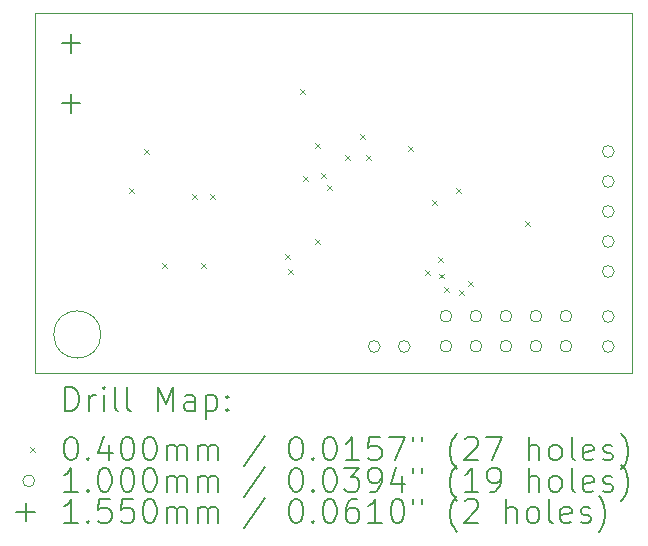
<source format=gbr>
%TF.GenerationSoftware,KiCad,Pcbnew,7.0.7*%
%TF.CreationDate,2024-05-24T10:30:40-07:00*%
%TF.ProjectId,Pinky,50696e6b-792e-46b6-9963-61645f706362,rev?*%
%TF.SameCoordinates,Original*%
%TF.FileFunction,Drillmap*%
%TF.FilePolarity,Positive*%
%FSLAX45Y45*%
G04 Gerber Fmt 4.5, Leading zero omitted, Abs format (unit mm)*
G04 Created by KiCad (PCBNEW 7.0.7) date 2024-05-24 10:30:40*
%MOMM*%
%LPD*%
G01*
G04 APERTURE LIST*
%ADD10C,0.100000*%
%ADD11C,0.200000*%
%ADD12C,0.040000*%
%ADD13C,0.155000*%
G04 APERTURE END LIST*
D10*
X12446000Y-6629400D02*
X17500600Y-6629400D01*
X17500600Y-9677400D01*
X12446000Y-9677400D01*
X12446000Y-6629400D01*
X13001600Y-9347200D02*
G75*
G03*
X13001600Y-9347200I-200000J0D01*
G01*
D11*
D12*
X13238800Y-8108000D02*
X13278800Y-8148000D01*
X13278800Y-8108000D02*
X13238800Y-8148000D01*
X13365800Y-7777800D02*
X13405800Y-7817800D01*
X13405800Y-7777800D02*
X13365800Y-7817800D01*
X13518200Y-8743000D02*
X13558200Y-8783000D01*
X13558200Y-8743000D02*
X13518200Y-8783000D01*
X13772200Y-8158800D02*
X13812200Y-8198800D01*
X13812200Y-8158800D02*
X13772200Y-8198800D01*
X13848400Y-8743000D02*
X13888400Y-8783000D01*
X13888400Y-8743000D02*
X13848400Y-8783000D01*
X13924600Y-8158800D02*
X13964600Y-8198800D01*
X13964600Y-8158800D02*
X13924600Y-8198800D01*
X14559600Y-8666800D02*
X14599600Y-8706800D01*
X14599600Y-8666800D02*
X14559600Y-8706800D01*
X14585000Y-8793800D02*
X14625000Y-8833800D01*
X14625000Y-8793800D02*
X14585000Y-8833800D01*
X14686600Y-7269800D02*
X14726600Y-7309800D01*
X14726600Y-7269800D02*
X14686600Y-7309800D01*
X14714850Y-8006400D02*
X14754850Y-8046400D01*
X14754850Y-8006400D02*
X14714850Y-8046400D01*
X14813600Y-8539800D02*
X14853600Y-8579800D01*
X14853600Y-8539800D02*
X14813600Y-8579800D01*
X14813601Y-7727000D02*
X14853601Y-7767000D01*
X14853601Y-7727000D02*
X14813601Y-7767000D01*
X14864869Y-7980531D02*
X14904869Y-8020531D01*
X14904869Y-7980531D02*
X14864869Y-8020531D01*
X14915200Y-8082600D02*
X14955200Y-8122600D01*
X14955200Y-8082600D02*
X14915200Y-8122600D01*
X15067600Y-7828600D02*
X15107600Y-7868600D01*
X15107600Y-7828600D02*
X15067600Y-7868600D01*
X15194600Y-7650800D02*
X15234600Y-7690800D01*
X15234600Y-7650800D02*
X15194600Y-7690800D01*
X15245400Y-7828600D02*
X15285400Y-7868600D01*
X15285400Y-7828600D02*
X15245400Y-7868600D01*
X15601000Y-7752400D02*
X15641000Y-7792400D01*
X15641000Y-7752400D02*
X15601000Y-7792400D01*
X15748144Y-8800412D02*
X15788144Y-8840412D01*
X15788144Y-8800412D02*
X15748144Y-8840412D01*
X15804200Y-8209600D02*
X15844200Y-8249600D01*
X15844200Y-8209600D02*
X15804200Y-8249600D01*
X15855000Y-8692200D02*
X15895000Y-8732200D01*
X15895000Y-8692200D02*
X15855000Y-8732200D01*
X15867700Y-8831900D02*
X15907700Y-8871900D01*
X15907700Y-8831900D02*
X15867700Y-8871900D01*
X15905800Y-8946200D02*
X15945800Y-8986200D01*
X15945800Y-8946200D02*
X15905800Y-8986200D01*
X16007400Y-8108000D02*
X16047400Y-8148000D01*
X16047400Y-8108000D02*
X16007400Y-8148000D01*
X16032800Y-8971600D02*
X16072800Y-9011600D01*
X16072800Y-8971600D02*
X16032800Y-9011600D01*
X16109000Y-8895400D02*
X16149000Y-8935400D01*
X16149000Y-8895400D02*
X16109000Y-8935400D01*
X16591600Y-8387400D02*
X16631600Y-8427400D01*
X16631600Y-8387400D02*
X16591600Y-8427400D01*
D10*
X15366200Y-9448800D02*
G75*
G03*
X15366200Y-9448800I-50000J0D01*
G01*
X15620200Y-9448800D02*
G75*
G03*
X15620200Y-9448800I-50000J0D01*
G01*
X15972800Y-9192800D02*
G75*
G03*
X15972800Y-9192800I-50000J0D01*
G01*
X15972800Y-9446800D02*
G75*
G03*
X15972800Y-9446800I-50000J0D01*
G01*
X16226800Y-9192800D02*
G75*
G03*
X16226800Y-9192800I-50000J0D01*
G01*
X16226800Y-9446800D02*
G75*
G03*
X16226800Y-9446800I-50000J0D01*
G01*
X16480800Y-9192800D02*
G75*
G03*
X16480800Y-9192800I-50000J0D01*
G01*
X16480800Y-9446800D02*
G75*
G03*
X16480800Y-9446800I-50000J0D01*
G01*
X16734800Y-9192800D02*
G75*
G03*
X16734800Y-9192800I-50000J0D01*
G01*
X16734800Y-9446800D02*
G75*
G03*
X16734800Y-9446800I-50000J0D01*
G01*
X16988800Y-9192800D02*
G75*
G03*
X16988800Y-9192800I-50000J0D01*
G01*
X16988800Y-9446800D02*
G75*
G03*
X16988800Y-9446800I-50000J0D01*
G01*
X17347400Y-7797800D02*
G75*
G03*
X17347400Y-7797800I-50000J0D01*
G01*
X17347400Y-8051800D02*
G75*
G03*
X17347400Y-8051800I-50000J0D01*
G01*
X17347400Y-8305800D02*
G75*
G03*
X17347400Y-8305800I-50000J0D01*
G01*
X17347400Y-8559800D02*
G75*
G03*
X17347400Y-8559800I-50000J0D01*
G01*
X17347400Y-8813800D02*
G75*
G03*
X17347400Y-8813800I-50000J0D01*
G01*
X17347400Y-9194800D02*
G75*
G03*
X17347400Y-9194800I-50000J0D01*
G01*
X17347400Y-9448800D02*
G75*
G03*
X17347400Y-9448800I-50000J0D01*
G01*
D13*
X12750800Y-6805900D02*
X12750800Y-6960900D01*
X12673300Y-6883400D02*
X12828300Y-6883400D01*
X12750800Y-7313900D02*
X12750800Y-7468900D01*
X12673300Y-7391400D02*
X12828300Y-7391400D01*
D11*
X12701777Y-9993884D02*
X12701777Y-9793884D01*
X12701777Y-9793884D02*
X12749396Y-9793884D01*
X12749396Y-9793884D02*
X12777967Y-9803408D01*
X12777967Y-9803408D02*
X12797015Y-9822455D01*
X12797015Y-9822455D02*
X12806539Y-9841503D01*
X12806539Y-9841503D02*
X12816062Y-9879598D01*
X12816062Y-9879598D02*
X12816062Y-9908170D01*
X12816062Y-9908170D02*
X12806539Y-9946265D01*
X12806539Y-9946265D02*
X12797015Y-9965312D01*
X12797015Y-9965312D02*
X12777967Y-9984360D01*
X12777967Y-9984360D02*
X12749396Y-9993884D01*
X12749396Y-9993884D02*
X12701777Y-9993884D01*
X12901777Y-9993884D02*
X12901777Y-9860550D01*
X12901777Y-9898646D02*
X12911301Y-9879598D01*
X12911301Y-9879598D02*
X12920824Y-9870074D01*
X12920824Y-9870074D02*
X12939872Y-9860550D01*
X12939872Y-9860550D02*
X12958920Y-9860550D01*
X13025586Y-9993884D02*
X13025586Y-9860550D01*
X13025586Y-9793884D02*
X13016062Y-9803408D01*
X13016062Y-9803408D02*
X13025586Y-9812931D01*
X13025586Y-9812931D02*
X13035110Y-9803408D01*
X13035110Y-9803408D02*
X13025586Y-9793884D01*
X13025586Y-9793884D02*
X13025586Y-9812931D01*
X13149396Y-9993884D02*
X13130348Y-9984360D01*
X13130348Y-9984360D02*
X13120824Y-9965312D01*
X13120824Y-9965312D02*
X13120824Y-9793884D01*
X13254158Y-9993884D02*
X13235110Y-9984360D01*
X13235110Y-9984360D02*
X13225586Y-9965312D01*
X13225586Y-9965312D02*
X13225586Y-9793884D01*
X13482729Y-9993884D02*
X13482729Y-9793884D01*
X13482729Y-9793884D02*
X13549396Y-9936741D01*
X13549396Y-9936741D02*
X13616062Y-9793884D01*
X13616062Y-9793884D02*
X13616062Y-9993884D01*
X13797015Y-9993884D02*
X13797015Y-9889122D01*
X13797015Y-9889122D02*
X13787491Y-9870074D01*
X13787491Y-9870074D02*
X13768443Y-9860550D01*
X13768443Y-9860550D02*
X13730348Y-9860550D01*
X13730348Y-9860550D02*
X13711301Y-9870074D01*
X13797015Y-9984360D02*
X13777967Y-9993884D01*
X13777967Y-9993884D02*
X13730348Y-9993884D01*
X13730348Y-9993884D02*
X13711301Y-9984360D01*
X13711301Y-9984360D02*
X13701777Y-9965312D01*
X13701777Y-9965312D02*
X13701777Y-9946265D01*
X13701777Y-9946265D02*
X13711301Y-9927217D01*
X13711301Y-9927217D02*
X13730348Y-9917693D01*
X13730348Y-9917693D02*
X13777967Y-9917693D01*
X13777967Y-9917693D02*
X13797015Y-9908170D01*
X13892253Y-9860550D02*
X13892253Y-10060550D01*
X13892253Y-9870074D02*
X13911301Y-9860550D01*
X13911301Y-9860550D02*
X13949396Y-9860550D01*
X13949396Y-9860550D02*
X13968443Y-9870074D01*
X13968443Y-9870074D02*
X13977967Y-9879598D01*
X13977967Y-9879598D02*
X13987491Y-9898646D01*
X13987491Y-9898646D02*
X13987491Y-9955789D01*
X13987491Y-9955789D02*
X13977967Y-9974836D01*
X13977967Y-9974836D02*
X13968443Y-9984360D01*
X13968443Y-9984360D02*
X13949396Y-9993884D01*
X13949396Y-9993884D02*
X13911301Y-9993884D01*
X13911301Y-9993884D02*
X13892253Y-9984360D01*
X14073205Y-9974836D02*
X14082729Y-9984360D01*
X14082729Y-9984360D02*
X14073205Y-9993884D01*
X14073205Y-9993884D02*
X14063682Y-9984360D01*
X14063682Y-9984360D02*
X14073205Y-9974836D01*
X14073205Y-9974836D02*
X14073205Y-9993884D01*
X14073205Y-9870074D02*
X14082729Y-9879598D01*
X14082729Y-9879598D02*
X14073205Y-9889122D01*
X14073205Y-9889122D02*
X14063682Y-9879598D01*
X14063682Y-9879598D02*
X14073205Y-9870074D01*
X14073205Y-9870074D02*
X14073205Y-9889122D01*
D12*
X12401000Y-10302400D02*
X12441000Y-10342400D01*
X12441000Y-10302400D02*
X12401000Y-10342400D01*
D11*
X12739872Y-10213884D02*
X12758920Y-10213884D01*
X12758920Y-10213884D02*
X12777967Y-10223408D01*
X12777967Y-10223408D02*
X12787491Y-10232931D01*
X12787491Y-10232931D02*
X12797015Y-10251979D01*
X12797015Y-10251979D02*
X12806539Y-10290074D01*
X12806539Y-10290074D02*
X12806539Y-10337693D01*
X12806539Y-10337693D02*
X12797015Y-10375789D01*
X12797015Y-10375789D02*
X12787491Y-10394836D01*
X12787491Y-10394836D02*
X12777967Y-10404360D01*
X12777967Y-10404360D02*
X12758920Y-10413884D01*
X12758920Y-10413884D02*
X12739872Y-10413884D01*
X12739872Y-10413884D02*
X12720824Y-10404360D01*
X12720824Y-10404360D02*
X12711301Y-10394836D01*
X12711301Y-10394836D02*
X12701777Y-10375789D01*
X12701777Y-10375789D02*
X12692253Y-10337693D01*
X12692253Y-10337693D02*
X12692253Y-10290074D01*
X12692253Y-10290074D02*
X12701777Y-10251979D01*
X12701777Y-10251979D02*
X12711301Y-10232931D01*
X12711301Y-10232931D02*
X12720824Y-10223408D01*
X12720824Y-10223408D02*
X12739872Y-10213884D01*
X12892253Y-10394836D02*
X12901777Y-10404360D01*
X12901777Y-10404360D02*
X12892253Y-10413884D01*
X12892253Y-10413884D02*
X12882729Y-10404360D01*
X12882729Y-10404360D02*
X12892253Y-10394836D01*
X12892253Y-10394836D02*
X12892253Y-10413884D01*
X13073205Y-10280550D02*
X13073205Y-10413884D01*
X13025586Y-10204360D02*
X12977967Y-10347217D01*
X12977967Y-10347217D02*
X13101777Y-10347217D01*
X13216062Y-10213884D02*
X13235110Y-10213884D01*
X13235110Y-10213884D02*
X13254158Y-10223408D01*
X13254158Y-10223408D02*
X13263682Y-10232931D01*
X13263682Y-10232931D02*
X13273205Y-10251979D01*
X13273205Y-10251979D02*
X13282729Y-10290074D01*
X13282729Y-10290074D02*
X13282729Y-10337693D01*
X13282729Y-10337693D02*
X13273205Y-10375789D01*
X13273205Y-10375789D02*
X13263682Y-10394836D01*
X13263682Y-10394836D02*
X13254158Y-10404360D01*
X13254158Y-10404360D02*
X13235110Y-10413884D01*
X13235110Y-10413884D02*
X13216062Y-10413884D01*
X13216062Y-10413884D02*
X13197015Y-10404360D01*
X13197015Y-10404360D02*
X13187491Y-10394836D01*
X13187491Y-10394836D02*
X13177967Y-10375789D01*
X13177967Y-10375789D02*
X13168443Y-10337693D01*
X13168443Y-10337693D02*
X13168443Y-10290074D01*
X13168443Y-10290074D02*
X13177967Y-10251979D01*
X13177967Y-10251979D02*
X13187491Y-10232931D01*
X13187491Y-10232931D02*
X13197015Y-10223408D01*
X13197015Y-10223408D02*
X13216062Y-10213884D01*
X13406539Y-10213884D02*
X13425586Y-10213884D01*
X13425586Y-10213884D02*
X13444634Y-10223408D01*
X13444634Y-10223408D02*
X13454158Y-10232931D01*
X13454158Y-10232931D02*
X13463682Y-10251979D01*
X13463682Y-10251979D02*
X13473205Y-10290074D01*
X13473205Y-10290074D02*
X13473205Y-10337693D01*
X13473205Y-10337693D02*
X13463682Y-10375789D01*
X13463682Y-10375789D02*
X13454158Y-10394836D01*
X13454158Y-10394836D02*
X13444634Y-10404360D01*
X13444634Y-10404360D02*
X13425586Y-10413884D01*
X13425586Y-10413884D02*
X13406539Y-10413884D01*
X13406539Y-10413884D02*
X13387491Y-10404360D01*
X13387491Y-10404360D02*
X13377967Y-10394836D01*
X13377967Y-10394836D02*
X13368443Y-10375789D01*
X13368443Y-10375789D02*
X13358920Y-10337693D01*
X13358920Y-10337693D02*
X13358920Y-10290074D01*
X13358920Y-10290074D02*
X13368443Y-10251979D01*
X13368443Y-10251979D02*
X13377967Y-10232931D01*
X13377967Y-10232931D02*
X13387491Y-10223408D01*
X13387491Y-10223408D02*
X13406539Y-10213884D01*
X13558920Y-10413884D02*
X13558920Y-10280550D01*
X13558920Y-10299598D02*
X13568443Y-10290074D01*
X13568443Y-10290074D02*
X13587491Y-10280550D01*
X13587491Y-10280550D02*
X13616063Y-10280550D01*
X13616063Y-10280550D02*
X13635110Y-10290074D01*
X13635110Y-10290074D02*
X13644634Y-10309122D01*
X13644634Y-10309122D02*
X13644634Y-10413884D01*
X13644634Y-10309122D02*
X13654158Y-10290074D01*
X13654158Y-10290074D02*
X13673205Y-10280550D01*
X13673205Y-10280550D02*
X13701777Y-10280550D01*
X13701777Y-10280550D02*
X13720824Y-10290074D01*
X13720824Y-10290074D02*
X13730348Y-10309122D01*
X13730348Y-10309122D02*
X13730348Y-10413884D01*
X13825586Y-10413884D02*
X13825586Y-10280550D01*
X13825586Y-10299598D02*
X13835110Y-10290074D01*
X13835110Y-10290074D02*
X13854158Y-10280550D01*
X13854158Y-10280550D02*
X13882729Y-10280550D01*
X13882729Y-10280550D02*
X13901777Y-10290074D01*
X13901777Y-10290074D02*
X13911301Y-10309122D01*
X13911301Y-10309122D02*
X13911301Y-10413884D01*
X13911301Y-10309122D02*
X13920824Y-10290074D01*
X13920824Y-10290074D02*
X13939872Y-10280550D01*
X13939872Y-10280550D02*
X13968443Y-10280550D01*
X13968443Y-10280550D02*
X13987491Y-10290074D01*
X13987491Y-10290074D02*
X13997015Y-10309122D01*
X13997015Y-10309122D02*
X13997015Y-10413884D01*
X14387491Y-10204360D02*
X14216063Y-10461503D01*
X14644634Y-10213884D02*
X14663682Y-10213884D01*
X14663682Y-10213884D02*
X14682729Y-10223408D01*
X14682729Y-10223408D02*
X14692253Y-10232931D01*
X14692253Y-10232931D02*
X14701777Y-10251979D01*
X14701777Y-10251979D02*
X14711301Y-10290074D01*
X14711301Y-10290074D02*
X14711301Y-10337693D01*
X14711301Y-10337693D02*
X14701777Y-10375789D01*
X14701777Y-10375789D02*
X14692253Y-10394836D01*
X14692253Y-10394836D02*
X14682729Y-10404360D01*
X14682729Y-10404360D02*
X14663682Y-10413884D01*
X14663682Y-10413884D02*
X14644634Y-10413884D01*
X14644634Y-10413884D02*
X14625586Y-10404360D01*
X14625586Y-10404360D02*
X14616063Y-10394836D01*
X14616063Y-10394836D02*
X14606539Y-10375789D01*
X14606539Y-10375789D02*
X14597015Y-10337693D01*
X14597015Y-10337693D02*
X14597015Y-10290074D01*
X14597015Y-10290074D02*
X14606539Y-10251979D01*
X14606539Y-10251979D02*
X14616063Y-10232931D01*
X14616063Y-10232931D02*
X14625586Y-10223408D01*
X14625586Y-10223408D02*
X14644634Y-10213884D01*
X14797015Y-10394836D02*
X14806539Y-10404360D01*
X14806539Y-10404360D02*
X14797015Y-10413884D01*
X14797015Y-10413884D02*
X14787491Y-10404360D01*
X14787491Y-10404360D02*
X14797015Y-10394836D01*
X14797015Y-10394836D02*
X14797015Y-10413884D01*
X14930348Y-10213884D02*
X14949396Y-10213884D01*
X14949396Y-10213884D02*
X14968444Y-10223408D01*
X14968444Y-10223408D02*
X14977967Y-10232931D01*
X14977967Y-10232931D02*
X14987491Y-10251979D01*
X14987491Y-10251979D02*
X14997015Y-10290074D01*
X14997015Y-10290074D02*
X14997015Y-10337693D01*
X14997015Y-10337693D02*
X14987491Y-10375789D01*
X14987491Y-10375789D02*
X14977967Y-10394836D01*
X14977967Y-10394836D02*
X14968444Y-10404360D01*
X14968444Y-10404360D02*
X14949396Y-10413884D01*
X14949396Y-10413884D02*
X14930348Y-10413884D01*
X14930348Y-10413884D02*
X14911301Y-10404360D01*
X14911301Y-10404360D02*
X14901777Y-10394836D01*
X14901777Y-10394836D02*
X14892253Y-10375789D01*
X14892253Y-10375789D02*
X14882729Y-10337693D01*
X14882729Y-10337693D02*
X14882729Y-10290074D01*
X14882729Y-10290074D02*
X14892253Y-10251979D01*
X14892253Y-10251979D02*
X14901777Y-10232931D01*
X14901777Y-10232931D02*
X14911301Y-10223408D01*
X14911301Y-10223408D02*
X14930348Y-10213884D01*
X15187491Y-10413884D02*
X15073206Y-10413884D01*
X15130348Y-10413884D02*
X15130348Y-10213884D01*
X15130348Y-10213884D02*
X15111301Y-10242455D01*
X15111301Y-10242455D02*
X15092253Y-10261503D01*
X15092253Y-10261503D02*
X15073206Y-10271027D01*
X15368444Y-10213884D02*
X15273206Y-10213884D01*
X15273206Y-10213884D02*
X15263682Y-10309122D01*
X15263682Y-10309122D02*
X15273206Y-10299598D01*
X15273206Y-10299598D02*
X15292253Y-10290074D01*
X15292253Y-10290074D02*
X15339872Y-10290074D01*
X15339872Y-10290074D02*
X15358920Y-10299598D01*
X15358920Y-10299598D02*
X15368444Y-10309122D01*
X15368444Y-10309122D02*
X15377967Y-10328170D01*
X15377967Y-10328170D02*
X15377967Y-10375789D01*
X15377967Y-10375789D02*
X15368444Y-10394836D01*
X15368444Y-10394836D02*
X15358920Y-10404360D01*
X15358920Y-10404360D02*
X15339872Y-10413884D01*
X15339872Y-10413884D02*
X15292253Y-10413884D01*
X15292253Y-10413884D02*
X15273206Y-10404360D01*
X15273206Y-10404360D02*
X15263682Y-10394836D01*
X15444634Y-10213884D02*
X15577967Y-10213884D01*
X15577967Y-10213884D02*
X15492253Y-10413884D01*
X15644634Y-10213884D02*
X15644634Y-10251979D01*
X15720825Y-10213884D02*
X15720825Y-10251979D01*
X16016063Y-10490074D02*
X16006539Y-10480550D01*
X16006539Y-10480550D02*
X15987491Y-10451979D01*
X15987491Y-10451979D02*
X15977968Y-10432931D01*
X15977968Y-10432931D02*
X15968444Y-10404360D01*
X15968444Y-10404360D02*
X15958920Y-10356741D01*
X15958920Y-10356741D02*
X15958920Y-10318646D01*
X15958920Y-10318646D02*
X15968444Y-10271027D01*
X15968444Y-10271027D02*
X15977968Y-10242455D01*
X15977968Y-10242455D02*
X15987491Y-10223408D01*
X15987491Y-10223408D02*
X16006539Y-10194836D01*
X16006539Y-10194836D02*
X16016063Y-10185312D01*
X16082729Y-10232931D02*
X16092253Y-10223408D01*
X16092253Y-10223408D02*
X16111301Y-10213884D01*
X16111301Y-10213884D02*
X16158920Y-10213884D01*
X16158920Y-10213884D02*
X16177968Y-10223408D01*
X16177968Y-10223408D02*
X16187491Y-10232931D01*
X16187491Y-10232931D02*
X16197015Y-10251979D01*
X16197015Y-10251979D02*
X16197015Y-10271027D01*
X16197015Y-10271027D02*
X16187491Y-10299598D01*
X16187491Y-10299598D02*
X16073206Y-10413884D01*
X16073206Y-10413884D02*
X16197015Y-10413884D01*
X16263682Y-10213884D02*
X16397015Y-10213884D01*
X16397015Y-10213884D02*
X16311301Y-10413884D01*
X16625587Y-10413884D02*
X16625587Y-10213884D01*
X16711301Y-10413884D02*
X16711301Y-10309122D01*
X16711301Y-10309122D02*
X16701777Y-10290074D01*
X16701777Y-10290074D02*
X16682730Y-10280550D01*
X16682730Y-10280550D02*
X16654158Y-10280550D01*
X16654158Y-10280550D02*
X16635110Y-10290074D01*
X16635110Y-10290074D02*
X16625587Y-10299598D01*
X16835111Y-10413884D02*
X16816063Y-10404360D01*
X16816063Y-10404360D02*
X16806539Y-10394836D01*
X16806539Y-10394836D02*
X16797015Y-10375789D01*
X16797015Y-10375789D02*
X16797015Y-10318646D01*
X16797015Y-10318646D02*
X16806539Y-10299598D01*
X16806539Y-10299598D02*
X16816063Y-10290074D01*
X16816063Y-10290074D02*
X16835111Y-10280550D01*
X16835111Y-10280550D02*
X16863682Y-10280550D01*
X16863682Y-10280550D02*
X16882730Y-10290074D01*
X16882730Y-10290074D02*
X16892253Y-10299598D01*
X16892253Y-10299598D02*
X16901777Y-10318646D01*
X16901777Y-10318646D02*
X16901777Y-10375789D01*
X16901777Y-10375789D02*
X16892253Y-10394836D01*
X16892253Y-10394836D02*
X16882730Y-10404360D01*
X16882730Y-10404360D02*
X16863682Y-10413884D01*
X16863682Y-10413884D02*
X16835111Y-10413884D01*
X17016063Y-10413884D02*
X16997015Y-10404360D01*
X16997015Y-10404360D02*
X16987492Y-10385312D01*
X16987492Y-10385312D02*
X16987492Y-10213884D01*
X17168444Y-10404360D02*
X17149396Y-10413884D01*
X17149396Y-10413884D02*
X17111301Y-10413884D01*
X17111301Y-10413884D02*
X17092253Y-10404360D01*
X17092253Y-10404360D02*
X17082730Y-10385312D01*
X17082730Y-10385312D02*
X17082730Y-10309122D01*
X17082730Y-10309122D02*
X17092253Y-10290074D01*
X17092253Y-10290074D02*
X17111301Y-10280550D01*
X17111301Y-10280550D02*
X17149396Y-10280550D01*
X17149396Y-10280550D02*
X17168444Y-10290074D01*
X17168444Y-10290074D02*
X17177968Y-10309122D01*
X17177968Y-10309122D02*
X17177968Y-10328170D01*
X17177968Y-10328170D02*
X17082730Y-10347217D01*
X17254158Y-10404360D02*
X17273206Y-10413884D01*
X17273206Y-10413884D02*
X17311301Y-10413884D01*
X17311301Y-10413884D02*
X17330349Y-10404360D01*
X17330349Y-10404360D02*
X17339873Y-10385312D01*
X17339873Y-10385312D02*
X17339873Y-10375789D01*
X17339873Y-10375789D02*
X17330349Y-10356741D01*
X17330349Y-10356741D02*
X17311301Y-10347217D01*
X17311301Y-10347217D02*
X17282730Y-10347217D01*
X17282730Y-10347217D02*
X17263682Y-10337693D01*
X17263682Y-10337693D02*
X17254158Y-10318646D01*
X17254158Y-10318646D02*
X17254158Y-10309122D01*
X17254158Y-10309122D02*
X17263682Y-10290074D01*
X17263682Y-10290074D02*
X17282730Y-10280550D01*
X17282730Y-10280550D02*
X17311301Y-10280550D01*
X17311301Y-10280550D02*
X17330349Y-10290074D01*
X17406539Y-10490074D02*
X17416063Y-10480550D01*
X17416063Y-10480550D02*
X17435111Y-10451979D01*
X17435111Y-10451979D02*
X17444634Y-10432931D01*
X17444634Y-10432931D02*
X17454158Y-10404360D01*
X17454158Y-10404360D02*
X17463682Y-10356741D01*
X17463682Y-10356741D02*
X17463682Y-10318646D01*
X17463682Y-10318646D02*
X17454158Y-10271027D01*
X17454158Y-10271027D02*
X17444634Y-10242455D01*
X17444634Y-10242455D02*
X17435111Y-10223408D01*
X17435111Y-10223408D02*
X17416063Y-10194836D01*
X17416063Y-10194836D02*
X17406539Y-10185312D01*
D10*
X12441000Y-10586400D02*
G75*
G03*
X12441000Y-10586400I-50000J0D01*
G01*
D11*
X12806539Y-10677884D02*
X12692253Y-10677884D01*
X12749396Y-10677884D02*
X12749396Y-10477884D01*
X12749396Y-10477884D02*
X12730348Y-10506455D01*
X12730348Y-10506455D02*
X12711301Y-10525503D01*
X12711301Y-10525503D02*
X12692253Y-10535027D01*
X12892253Y-10658836D02*
X12901777Y-10668360D01*
X12901777Y-10668360D02*
X12892253Y-10677884D01*
X12892253Y-10677884D02*
X12882729Y-10668360D01*
X12882729Y-10668360D02*
X12892253Y-10658836D01*
X12892253Y-10658836D02*
X12892253Y-10677884D01*
X13025586Y-10477884D02*
X13044634Y-10477884D01*
X13044634Y-10477884D02*
X13063682Y-10487408D01*
X13063682Y-10487408D02*
X13073205Y-10496931D01*
X13073205Y-10496931D02*
X13082729Y-10515979D01*
X13082729Y-10515979D02*
X13092253Y-10554074D01*
X13092253Y-10554074D02*
X13092253Y-10601693D01*
X13092253Y-10601693D02*
X13082729Y-10639789D01*
X13082729Y-10639789D02*
X13073205Y-10658836D01*
X13073205Y-10658836D02*
X13063682Y-10668360D01*
X13063682Y-10668360D02*
X13044634Y-10677884D01*
X13044634Y-10677884D02*
X13025586Y-10677884D01*
X13025586Y-10677884D02*
X13006539Y-10668360D01*
X13006539Y-10668360D02*
X12997015Y-10658836D01*
X12997015Y-10658836D02*
X12987491Y-10639789D01*
X12987491Y-10639789D02*
X12977967Y-10601693D01*
X12977967Y-10601693D02*
X12977967Y-10554074D01*
X12977967Y-10554074D02*
X12987491Y-10515979D01*
X12987491Y-10515979D02*
X12997015Y-10496931D01*
X12997015Y-10496931D02*
X13006539Y-10487408D01*
X13006539Y-10487408D02*
X13025586Y-10477884D01*
X13216062Y-10477884D02*
X13235110Y-10477884D01*
X13235110Y-10477884D02*
X13254158Y-10487408D01*
X13254158Y-10487408D02*
X13263682Y-10496931D01*
X13263682Y-10496931D02*
X13273205Y-10515979D01*
X13273205Y-10515979D02*
X13282729Y-10554074D01*
X13282729Y-10554074D02*
X13282729Y-10601693D01*
X13282729Y-10601693D02*
X13273205Y-10639789D01*
X13273205Y-10639789D02*
X13263682Y-10658836D01*
X13263682Y-10658836D02*
X13254158Y-10668360D01*
X13254158Y-10668360D02*
X13235110Y-10677884D01*
X13235110Y-10677884D02*
X13216062Y-10677884D01*
X13216062Y-10677884D02*
X13197015Y-10668360D01*
X13197015Y-10668360D02*
X13187491Y-10658836D01*
X13187491Y-10658836D02*
X13177967Y-10639789D01*
X13177967Y-10639789D02*
X13168443Y-10601693D01*
X13168443Y-10601693D02*
X13168443Y-10554074D01*
X13168443Y-10554074D02*
X13177967Y-10515979D01*
X13177967Y-10515979D02*
X13187491Y-10496931D01*
X13187491Y-10496931D02*
X13197015Y-10487408D01*
X13197015Y-10487408D02*
X13216062Y-10477884D01*
X13406539Y-10477884D02*
X13425586Y-10477884D01*
X13425586Y-10477884D02*
X13444634Y-10487408D01*
X13444634Y-10487408D02*
X13454158Y-10496931D01*
X13454158Y-10496931D02*
X13463682Y-10515979D01*
X13463682Y-10515979D02*
X13473205Y-10554074D01*
X13473205Y-10554074D02*
X13473205Y-10601693D01*
X13473205Y-10601693D02*
X13463682Y-10639789D01*
X13463682Y-10639789D02*
X13454158Y-10658836D01*
X13454158Y-10658836D02*
X13444634Y-10668360D01*
X13444634Y-10668360D02*
X13425586Y-10677884D01*
X13425586Y-10677884D02*
X13406539Y-10677884D01*
X13406539Y-10677884D02*
X13387491Y-10668360D01*
X13387491Y-10668360D02*
X13377967Y-10658836D01*
X13377967Y-10658836D02*
X13368443Y-10639789D01*
X13368443Y-10639789D02*
X13358920Y-10601693D01*
X13358920Y-10601693D02*
X13358920Y-10554074D01*
X13358920Y-10554074D02*
X13368443Y-10515979D01*
X13368443Y-10515979D02*
X13377967Y-10496931D01*
X13377967Y-10496931D02*
X13387491Y-10487408D01*
X13387491Y-10487408D02*
X13406539Y-10477884D01*
X13558920Y-10677884D02*
X13558920Y-10544550D01*
X13558920Y-10563598D02*
X13568443Y-10554074D01*
X13568443Y-10554074D02*
X13587491Y-10544550D01*
X13587491Y-10544550D02*
X13616063Y-10544550D01*
X13616063Y-10544550D02*
X13635110Y-10554074D01*
X13635110Y-10554074D02*
X13644634Y-10573122D01*
X13644634Y-10573122D02*
X13644634Y-10677884D01*
X13644634Y-10573122D02*
X13654158Y-10554074D01*
X13654158Y-10554074D02*
X13673205Y-10544550D01*
X13673205Y-10544550D02*
X13701777Y-10544550D01*
X13701777Y-10544550D02*
X13720824Y-10554074D01*
X13720824Y-10554074D02*
X13730348Y-10573122D01*
X13730348Y-10573122D02*
X13730348Y-10677884D01*
X13825586Y-10677884D02*
X13825586Y-10544550D01*
X13825586Y-10563598D02*
X13835110Y-10554074D01*
X13835110Y-10554074D02*
X13854158Y-10544550D01*
X13854158Y-10544550D02*
X13882729Y-10544550D01*
X13882729Y-10544550D02*
X13901777Y-10554074D01*
X13901777Y-10554074D02*
X13911301Y-10573122D01*
X13911301Y-10573122D02*
X13911301Y-10677884D01*
X13911301Y-10573122D02*
X13920824Y-10554074D01*
X13920824Y-10554074D02*
X13939872Y-10544550D01*
X13939872Y-10544550D02*
X13968443Y-10544550D01*
X13968443Y-10544550D02*
X13987491Y-10554074D01*
X13987491Y-10554074D02*
X13997015Y-10573122D01*
X13997015Y-10573122D02*
X13997015Y-10677884D01*
X14387491Y-10468360D02*
X14216063Y-10725503D01*
X14644634Y-10477884D02*
X14663682Y-10477884D01*
X14663682Y-10477884D02*
X14682729Y-10487408D01*
X14682729Y-10487408D02*
X14692253Y-10496931D01*
X14692253Y-10496931D02*
X14701777Y-10515979D01*
X14701777Y-10515979D02*
X14711301Y-10554074D01*
X14711301Y-10554074D02*
X14711301Y-10601693D01*
X14711301Y-10601693D02*
X14701777Y-10639789D01*
X14701777Y-10639789D02*
X14692253Y-10658836D01*
X14692253Y-10658836D02*
X14682729Y-10668360D01*
X14682729Y-10668360D02*
X14663682Y-10677884D01*
X14663682Y-10677884D02*
X14644634Y-10677884D01*
X14644634Y-10677884D02*
X14625586Y-10668360D01*
X14625586Y-10668360D02*
X14616063Y-10658836D01*
X14616063Y-10658836D02*
X14606539Y-10639789D01*
X14606539Y-10639789D02*
X14597015Y-10601693D01*
X14597015Y-10601693D02*
X14597015Y-10554074D01*
X14597015Y-10554074D02*
X14606539Y-10515979D01*
X14606539Y-10515979D02*
X14616063Y-10496931D01*
X14616063Y-10496931D02*
X14625586Y-10487408D01*
X14625586Y-10487408D02*
X14644634Y-10477884D01*
X14797015Y-10658836D02*
X14806539Y-10668360D01*
X14806539Y-10668360D02*
X14797015Y-10677884D01*
X14797015Y-10677884D02*
X14787491Y-10668360D01*
X14787491Y-10668360D02*
X14797015Y-10658836D01*
X14797015Y-10658836D02*
X14797015Y-10677884D01*
X14930348Y-10477884D02*
X14949396Y-10477884D01*
X14949396Y-10477884D02*
X14968444Y-10487408D01*
X14968444Y-10487408D02*
X14977967Y-10496931D01*
X14977967Y-10496931D02*
X14987491Y-10515979D01*
X14987491Y-10515979D02*
X14997015Y-10554074D01*
X14997015Y-10554074D02*
X14997015Y-10601693D01*
X14997015Y-10601693D02*
X14987491Y-10639789D01*
X14987491Y-10639789D02*
X14977967Y-10658836D01*
X14977967Y-10658836D02*
X14968444Y-10668360D01*
X14968444Y-10668360D02*
X14949396Y-10677884D01*
X14949396Y-10677884D02*
X14930348Y-10677884D01*
X14930348Y-10677884D02*
X14911301Y-10668360D01*
X14911301Y-10668360D02*
X14901777Y-10658836D01*
X14901777Y-10658836D02*
X14892253Y-10639789D01*
X14892253Y-10639789D02*
X14882729Y-10601693D01*
X14882729Y-10601693D02*
X14882729Y-10554074D01*
X14882729Y-10554074D02*
X14892253Y-10515979D01*
X14892253Y-10515979D02*
X14901777Y-10496931D01*
X14901777Y-10496931D02*
X14911301Y-10487408D01*
X14911301Y-10487408D02*
X14930348Y-10477884D01*
X15063682Y-10477884D02*
X15187491Y-10477884D01*
X15187491Y-10477884D02*
X15120825Y-10554074D01*
X15120825Y-10554074D02*
X15149396Y-10554074D01*
X15149396Y-10554074D02*
X15168444Y-10563598D01*
X15168444Y-10563598D02*
X15177967Y-10573122D01*
X15177967Y-10573122D02*
X15187491Y-10592170D01*
X15187491Y-10592170D02*
X15187491Y-10639789D01*
X15187491Y-10639789D02*
X15177967Y-10658836D01*
X15177967Y-10658836D02*
X15168444Y-10668360D01*
X15168444Y-10668360D02*
X15149396Y-10677884D01*
X15149396Y-10677884D02*
X15092253Y-10677884D01*
X15092253Y-10677884D02*
X15073206Y-10668360D01*
X15073206Y-10668360D02*
X15063682Y-10658836D01*
X15282729Y-10677884D02*
X15320825Y-10677884D01*
X15320825Y-10677884D02*
X15339872Y-10668360D01*
X15339872Y-10668360D02*
X15349396Y-10658836D01*
X15349396Y-10658836D02*
X15368444Y-10630265D01*
X15368444Y-10630265D02*
X15377967Y-10592170D01*
X15377967Y-10592170D02*
X15377967Y-10515979D01*
X15377967Y-10515979D02*
X15368444Y-10496931D01*
X15368444Y-10496931D02*
X15358920Y-10487408D01*
X15358920Y-10487408D02*
X15339872Y-10477884D01*
X15339872Y-10477884D02*
X15301777Y-10477884D01*
X15301777Y-10477884D02*
X15282729Y-10487408D01*
X15282729Y-10487408D02*
X15273206Y-10496931D01*
X15273206Y-10496931D02*
X15263682Y-10515979D01*
X15263682Y-10515979D02*
X15263682Y-10563598D01*
X15263682Y-10563598D02*
X15273206Y-10582646D01*
X15273206Y-10582646D02*
X15282729Y-10592170D01*
X15282729Y-10592170D02*
X15301777Y-10601693D01*
X15301777Y-10601693D02*
X15339872Y-10601693D01*
X15339872Y-10601693D02*
X15358920Y-10592170D01*
X15358920Y-10592170D02*
X15368444Y-10582646D01*
X15368444Y-10582646D02*
X15377967Y-10563598D01*
X15549396Y-10544550D02*
X15549396Y-10677884D01*
X15501777Y-10468360D02*
X15454158Y-10611217D01*
X15454158Y-10611217D02*
X15577967Y-10611217D01*
X15644634Y-10477884D02*
X15644634Y-10515979D01*
X15720825Y-10477884D02*
X15720825Y-10515979D01*
X16016063Y-10754074D02*
X16006539Y-10744550D01*
X16006539Y-10744550D02*
X15987491Y-10715979D01*
X15987491Y-10715979D02*
X15977968Y-10696931D01*
X15977968Y-10696931D02*
X15968444Y-10668360D01*
X15968444Y-10668360D02*
X15958920Y-10620741D01*
X15958920Y-10620741D02*
X15958920Y-10582646D01*
X15958920Y-10582646D02*
X15968444Y-10535027D01*
X15968444Y-10535027D02*
X15977968Y-10506455D01*
X15977968Y-10506455D02*
X15987491Y-10487408D01*
X15987491Y-10487408D02*
X16006539Y-10458836D01*
X16006539Y-10458836D02*
X16016063Y-10449312D01*
X16197015Y-10677884D02*
X16082729Y-10677884D01*
X16139872Y-10677884D02*
X16139872Y-10477884D01*
X16139872Y-10477884D02*
X16120825Y-10506455D01*
X16120825Y-10506455D02*
X16101777Y-10525503D01*
X16101777Y-10525503D02*
X16082729Y-10535027D01*
X16292253Y-10677884D02*
X16330348Y-10677884D01*
X16330348Y-10677884D02*
X16349396Y-10668360D01*
X16349396Y-10668360D02*
X16358920Y-10658836D01*
X16358920Y-10658836D02*
X16377968Y-10630265D01*
X16377968Y-10630265D02*
X16387491Y-10592170D01*
X16387491Y-10592170D02*
X16387491Y-10515979D01*
X16387491Y-10515979D02*
X16377968Y-10496931D01*
X16377968Y-10496931D02*
X16368444Y-10487408D01*
X16368444Y-10487408D02*
X16349396Y-10477884D01*
X16349396Y-10477884D02*
X16311301Y-10477884D01*
X16311301Y-10477884D02*
X16292253Y-10487408D01*
X16292253Y-10487408D02*
X16282729Y-10496931D01*
X16282729Y-10496931D02*
X16273206Y-10515979D01*
X16273206Y-10515979D02*
X16273206Y-10563598D01*
X16273206Y-10563598D02*
X16282729Y-10582646D01*
X16282729Y-10582646D02*
X16292253Y-10592170D01*
X16292253Y-10592170D02*
X16311301Y-10601693D01*
X16311301Y-10601693D02*
X16349396Y-10601693D01*
X16349396Y-10601693D02*
X16368444Y-10592170D01*
X16368444Y-10592170D02*
X16377968Y-10582646D01*
X16377968Y-10582646D02*
X16387491Y-10563598D01*
X16625587Y-10677884D02*
X16625587Y-10477884D01*
X16711301Y-10677884D02*
X16711301Y-10573122D01*
X16711301Y-10573122D02*
X16701777Y-10554074D01*
X16701777Y-10554074D02*
X16682730Y-10544550D01*
X16682730Y-10544550D02*
X16654158Y-10544550D01*
X16654158Y-10544550D02*
X16635110Y-10554074D01*
X16635110Y-10554074D02*
X16625587Y-10563598D01*
X16835111Y-10677884D02*
X16816063Y-10668360D01*
X16816063Y-10668360D02*
X16806539Y-10658836D01*
X16806539Y-10658836D02*
X16797015Y-10639789D01*
X16797015Y-10639789D02*
X16797015Y-10582646D01*
X16797015Y-10582646D02*
X16806539Y-10563598D01*
X16806539Y-10563598D02*
X16816063Y-10554074D01*
X16816063Y-10554074D02*
X16835111Y-10544550D01*
X16835111Y-10544550D02*
X16863682Y-10544550D01*
X16863682Y-10544550D02*
X16882730Y-10554074D01*
X16882730Y-10554074D02*
X16892253Y-10563598D01*
X16892253Y-10563598D02*
X16901777Y-10582646D01*
X16901777Y-10582646D02*
X16901777Y-10639789D01*
X16901777Y-10639789D02*
X16892253Y-10658836D01*
X16892253Y-10658836D02*
X16882730Y-10668360D01*
X16882730Y-10668360D02*
X16863682Y-10677884D01*
X16863682Y-10677884D02*
X16835111Y-10677884D01*
X17016063Y-10677884D02*
X16997015Y-10668360D01*
X16997015Y-10668360D02*
X16987492Y-10649312D01*
X16987492Y-10649312D02*
X16987492Y-10477884D01*
X17168444Y-10668360D02*
X17149396Y-10677884D01*
X17149396Y-10677884D02*
X17111301Y-10677884D01*
X17111301Y-10677884D02*
X17092253Y-10668360D01*
X17092253Y-10668360D02*
X17082730Y-10649312D01*
X17082730Y-10649312D02*
X17082730Y-10573122D01*
X17082730Y-10573122D02*
X17092253Y-10554074D01*
X17092253Y-10554074D02*
X17111301Y-10544550D01*
X17111301Y-10544550D02*
X17149396Y-10544550D01*
X17149396Y-10544550D02*
X17168444Y-10554074D01*
X17168444Y-10554074D02*
X17177968Y-10573122D01*
X17177968Y-10573122D02*
X17177968Y-10592170D01*
X17177968Y-10592170D02*
X17082730Y-10611217D01*
X17254158Y-10668360D02*
X17273206Y-10677884D01*
X17273206Y-10677884D02*
X17311301Y-10677884D01*
X17311301Y-10677884D02*
X17330349Y-10668360D01*
X17330349Y-10668360D02*
X17339873Y-10649312D01*
X17339873Y-10649312D02*
X17339873Y-10639789D01*
X17339873Y-10639789D02*
X17330349Y-10620741D01*
X17330349Y-10620741D02*
X17311301Y-10611217D01*
X17311301Y-10611217D02*
X17282730Y-10611217D01*
X17282730Y-10611217D02*
X17263682Y-10601693D01*
X17263682Y-10601693D02*
X17254158Y-10582646D01*
X17254158Y-10582646D02*
X17254158Y-10573122D01*
X17254158Y-10573122D02*
X17263682Y-10554074D01*
X17263682Y-10554074D02*
X17282730Y-10544550D01*
X17282730Y-10544550D02*
X17311301Y-10544550D01*
X17311301Y-10544550D02*
X17330349Y-10554074D01*
X17406539Y-10754074D02*
X17416063Y-10744550D01*
X17416063Y-10744550D02*
X17435111Y-10715979D01*
X17435111Y-10715979D02*
X17444634Y-10696931D01*
X17444634Y-10696931D02*
X17454158Y-10668360D01*
X17454158Y-10668360D02*
X17463682Y-10620741D01*
X17463682Y-10620741D02*
X17463682Y-10582646D01*
X17463682Y-10582646D02*
X17454158Y-10535027D01*
X17454158Y-10535027D02*
X17444634Y-10506455D01*
X17444634Y-10506455D02*
X17435111Y-10487408D01*
X17435111Y-10487408D02*
X17416063Y-10458836D01*
X17416063Y-10458836D02*
X17406539Y-10449312D01*
D13*
X12363500Y-10772900D02*
X12363500Y-10927900D01*
X12286000Y-10850400D02*
X12441000Y-10850400D01*
D11*
X12806539Y-10941884D02*
X12692253Y-10941884D01*
X12749396Y-10941884D02*
X12749396Y-10741884D01*
X12749396Y-10741884D02*
X12730348Y-10770455D01*
X12730348Y-10770455D02*
X12711301Y-10789503D01*
X12711301Y-10789503D02*
X12692253Y-10799027D01*
X12892253Y-10922836D02*
X12901777Y-10932360D01*
X12901777Y-10932360D02*
X12892253Y-10941884D01*
X12892253Y-10941884D02*
X12882729Y-10932360D01*
X12882729Y-10932360D02*
X12892253Y-10922836D01*
X12892253Y-10922836D02*
X12892253Y-10941884D01*
X13082729Y-10741884D02*
X12987491Y-10741884D01*
X12987491Y-10741884D02*
X12977967Y-10837122D01*
X12977967Y-10837122D02*
X12987491Y-10827598D01*
X12987491Y-10827598D02*
X13006539Y-10818074D01*
X13006539Y-10818074D02*
X13054158Y-10818074D01*
X13054158Y-10818074D02*
X13073205Y-10827598D01*
X13073205Y-10827598D02*
X13082729Y-10837122D01*
X13082729Y-10837122D02*
X13092253Y-10856170D01*
X13092253Y-10856170D02*
X13092253Y-10903789D01*
X13092253Y-10903789D02*
X13082729Y-10922836D01*
X13082729Y-10922836D02*
X13073205Y-10932360D01*
X13073205Y-10932360D02*
X13054158Y-10941884D01*
X13054158Y-10941884D02*
X13006539Y-10941884D01*
X13006539Y-10941884D02*
X12987491Y-10932360D01*
X12987491Y-10932360D02*
X12977967Y-10922836D01*
X13273205Y-10741884D02*
X13177967Y-10741884D01*
X13177967Y-10741884D02*
X13168443Y-10837122D01*
X13168443Y-10837122D02*
X13177967Y-10827598D01*
X13177967Y-10827598D02*
X13197015Y-10818074D01*
X13197015Y-10818074D02*
X13244634Y-10818074D01*
X13244634Y-10818074D02*
X13263682Y-10827598D01*
X13263682Y-10827598D02*
X13273205Y-10837122D01*
X13273205Y-10837122D02*
X13282729Y-10856170D01*
X13282729Y-10856170D02*
X13282729Y-10903789D01*
X13282729Y-10903789D02*
X13273205Y-10922836D01*
X13273205Y-10922836D02*
X13263682Y-10932360D01*
X13263682Y-10932360D02*
X13244634Y-10941884D01*
X13244634Y-10941884D02*
X13197015Y-10941884D01*
X13197015Y-10941884D02*
X13177967Y-10932360D01*
X13177967Y-10932360D02*
X13168443Y-10922836D01*
X13406539Y-10741884D02*
X13425586Y-10741884D01*
X13425586Y-10741884D02*
X13444634Y-10751408D01*
X13444634Y-10751408D02*
X13454158Y-10760931D01*
X13454158Y-10760931D02*
X13463682Y-10779979D01*
X13463682Y-10779979D02*
X13473205Y-10818074D01*
X13473205Y-10818074D02*
X13473205Y-10865693D01*
X13473205Y-10865693D02*
X13463682Y-10903789D01*
X13463682Y-10903789D02*
X13454158Y-10922836D01*
X13454158Y-10922836D02*
X13444634Y-10932360D01*
X13444634Y-10932360D02*
X13425586Y-10941884D01*
X13425586Y-10941884D02*
X13406539Y-10941884D01*
X13406539Y-10941884D02*
X13387491Y-10932360D01*
X13387491Y-10932360D02*
X13377967Y-10922836D01*
X13377967Y-10922836D02*
X13368443Y-10903789D01*
X13368443Y-10903789D02*
X13358920Y-10865693D01*
X13358920Y-10865693D02*
X13358920Y-10818074D01*
X13358920Y-10818074D02*
X13368443Y-10779979D01*
X13368443Y-10779979D02*
X13377967Y-10760931D01*
X13377967Y-10760931D02*
X13387491Y-10751408D01*
X13387491Y-10751408D02*
X13406539Y-10741884D01*
X13558920Y-10941884D02*
X13558920Y-10808550D01*
X13558920Y-10827598D02*
X13568443Y-10818074D01*
X13568443Y-10818074D02*
X13587491Y-10808550D01*
X13587491Y-10808550D02*
X13616063Y-10808550D01*
X13616063Y-10808550D02*
X13635110Y-10818074D01*
X13635110Y-10818074D02*
X13644634Y-10837122D01*
X13644634Y-10837122D02*
X13644634Y-10941884D01*
X13644634Y-10837122D02*
X13654158Y-10818074D01*
X13654158Y-10818074D02*
X13673205Y-10808550D01*
X13673205Y-10808550D02*
X13701777Y-10808550D01*
X13701777Y-10808550D02*
X13720824Y-10818074D01*
X13720824Y-10818074D02*
X13730348Y-10837122D01*
X13730348Y-10837122D02*
X13730348Y-10941884D01*
X13825586Y-10941884D02*
X13825586Y-10808550D01*
X13825586Y-10827598D02*
X13835110Y-10818074D01*
X13835110Y-10818074D02*
X13854158Y-10808550D01*
X13854158Y-10808550D02*
X13882729Y-10808550D01*
X13882729Y-10808550D02*
X13901777Y-10818074D01*
X13901777Y-10818074D02*
X13911301Y-10837122D01*
X13911301Y-10837122D02*
X13911301Y-10941884D01*
X13911301Y-10837122D02*
X13920824Y-10818074D01*
X13920824Y-10818074D02*
X13939872Y-10808550D01*
X13939872Y-10808550D02*
X13968443Y-10808550D01*
X13968443Y-10808550D02*
X13987491Y-10818074D01*
X13987491Y-10818074D02*
X13997015Y-10837122D01*
X13997015Y-10837122D02*
X13997015Y-10941884D01*
X14387491Y-10732360D02*
X14216063Y-10989503D01*
X14644634Y-10741884D02*
X14663682Y-10741884D01*
X14663682Y-10741884D02*
X14682729Y-10751408D01*
X14682729Y-10751408D02*
X14692253Y-10760931D01*
X14692253Y-10760931D02*
X14701777Y-10779979D01*
X14701777Y-10779979D02*
X14711301Y-10818074D01*
X14711301Y-10818074D02*
X14711301Y-10865693D01*
X14711301Y-10865693D02*
X14701777Y-10903789D01*
X14701777Y-10903789D02*
X14692253Y-10922836D01*
X14692253Y-10922836D02*
X14682729Y-10932360D01*
X14682729Y-10932360D02*
X14663682Y-10941884D01*
X14663682Y-10941884D02*
X14644634Y-10941884D01*
X14644634Y-10941884D02*
X14625586Y-10932360D01*
X14625586Y-10932360D02*
X14616063Y-10922836D01*
X14616063Y-10922836D02*
X14606539Y-10903789D01*
X14606539Y-10903789D02*
X14597015Y-10865693D01*
X14597015Y-10865693D02*
X14597015Y-10818074D01*
X14597015Y-10818074D02*
X14606539Y-10779979D01*
X14606539Y-10779979D02*
X14616063Y-10760931D01*
X14616063Y-10760931D02*
X14625586Y-10751408D01*
X14625586Y-10751408D02*
X14644634Y-10741884D01*
X14797015Y-10922836D02*
X14806539Y-10932360D01*
X14806539Y-10932360D02*
X14797015Y-10941884D01*
X14797015Y-10941884D02*
X14787491Y-10932360D01*
X14787491Y-10932360D02*
X14797015Y-10922836D01*
X14797015Y-10922836D02*
X14797015Y-10941884D01*
X14930348Y-10741884D02*
X14949396Y-10741884D01*
X14949396Y-10741884D02*
X14968444Y-10751408D01*
X14968444Y-10751408D02*
X14977967Y-10760931D01*
X14977967Y-10760931D02*
X14987491Y-10779979D01*
X14987491Y-10779979D02*
X14997015Y-10818074D01*
X14997015Y-10818074D02*
X14997015Y-10865693D01*
X14997015Y-10865693D02*
X14987491Y-10903789D01*
X14987491Y-10903789D02*
X14977967Y-10922836D01*
X14977967Y-10922836D02*
X14968444Y-10932360D01*
X14968444Y-10932360D02*
X14949396Y-10941884D01*
X14949396Y-10941884D02*
X14930348Y-10941884D01*
X14930348Y-10941884D02*
X14911301Y-10932360D01*
X14911301Y-10932360D02*
X14901777Y-10922836D01*
X14901777Y-10922836D02*
X14892253Y-10903789D01*
X14892253Y-10903789D02*
X14882729Y-10865693D01*
X14882729Y-10865693D02*
X14882729Y-10818074D01*
X14882729Y-10818074D02*
X14892253Y-10779979D01*
X14892253Y-10779979D02*
X14901777Y-10760931D01*
X14901777Y-10760931D02*
X14911301Y-10751408D01*
X14911301Y-10751408D02*
X14930348Y-10741884D01*
X15168444Y-10741884D02*
X15130348Y-10741884D01*
X15130348Y-10741884D02*
X15111301Y-10751408D01*
X15111301Y-10751408D02*
X15101777Y-10760931D01*
X15101777Y-10760931D02*
X15082729Y-10789503D01*
X15082729Y-10789503D02*
X15073206Y-10827598D01*
X15073206Y-10827598D02*
X15073206Y-10903789D01*
X15073206Y-10903789D02*
X15082729Y-10922836D01*
X15082729Y-10922836D02*
X15092253Y-10932360D01*
X15092253Y-10932360D02*
X15111301Y-10941884D01*
X15111301Y-10941884D02*
X15149396Y-10941884D01*
X15149396Y-10941884D02*
X15168444Y-10932360D01*
X15168444Y-10932360D02*
X15177967Y-10922836D01*
X15177967Y-10922836D02*
X15187491Y-10903789D01*
X15187491Y-10903789D02*
X15187491Y-10856170D01*
X15187491Y-10856170D02*
X15177967Y-10837122D01*
X15177967Y-10837122D02*
X15168444Y-10827598D01*
X15168444Y-10827598D02*
X15149396Y-10818074D01*
X15149396Y-10818074D02*
X15111301Y-10818074D01*
X15111301Y-10818074D02*
X15092253Y-10827598D01*
X15092253Y-10827598D02*
X15082729Y-10837122D01*
X15082729Y-10837122D02*
X15073206Y-10856170D01*
X15377967Y-10941884D02*
X15263682Y-10941884D01*
X15320825Y-10941884D02*
X15320825Y-10741884D01*
X15320825Y-10741884D02*
X15301777Y-10770455D01*
X15301777Y-10770455D02*
X15282729Y-10789503D01*
X15282729Y-10789503D02*
X15263682Y-10799027D01*
X15501777Y-10741884D02*
X15520825Y-10741884D01*
X15520825Y-10741884D02*
X15539872Y-10751408D01*
X15539872Y-10751408D02*
X15549396Y-10760931D01*
X15549396Y-10760931D02*
X15558920Y-10779979D01*
X15558920Y-10779979D02*
X15568444Y-10818074D01*
X15568444Y-10818074D02*
X15568444Y-10865693D01*
X15568444Y-10865693D02*
X15558920Y-10903789D01*
X15558920Y-10903789D02*
X15549396Y-10922836D01*
X15549396Y-10922836D02*
X15539872Y-10932360D01*
X15539872Y-10932360D02*
X15520825Y-10941884D01*
X15520825Y-10941884D02*
X15501777Y-10941884D01*
X15501777Y-10941884D02*
X15482729Y-10932360D01*
X15482729Y-10932360D02*
X15473206Y-10922836D01*
X15473206Y-10922836D02*
X15463682Y-10903789D01*
X15463682Y-10903789D02*
X15454158Y-10865693D01*
X15454158Y-10865693D02*
X15454158Y-10818074D01*
X15454158Y-10818074D02*
X15463682Y-10779979D01*
X15463682Y-10779979D02*
X15473206Y-10760931D01*
X15473206Y-10760931D02*
X15482729Y-10751408D01*
X15482729Y-10751408D02*
X15501777Y-10741884D01*
X15644634Y-10741884D02*
X15644634Y-10779979D01*
X15720825Y-10741884D02*
X15720825Y-10779979D01*
X16016063Y-11018074D02*
X16006539Y-11008550D01*
X16006539Y-11008550D02*
X15987491Y-10979979D01*
X15987491Y-10979979D02*
X15977968Y-10960931D01*
X15977968Y-10960931D02*
X15968444Y-10932360D01*
X15968444Y-10932360D02*
X15958920Y-10884741D01*
X15958920Y-10884741D02*
X15958920Y-10846646D01*
X15958920Y-10846646D02*
X15968444Y-10799027D01*
X15968444Y-10799027D02*
X15977968Y-10770455D01*
X15977968Y-10770455D02*
X15987491Y-10751408D01*
X15987491Y-10751408D02*
X16006539Y-10722836D01*
X16006539Y-10722836D02*
X16016063Y-10713312D01*
X16082729Y-10760931D02*
X16092253Y-10751408D01*
X16092253Y-10751408D02*
X16111301Y-10741884D01*
X16111301Y-10741884D02*
X16158920Y-10741884D01*
X16158920Y-10741884D02*
X16177968Y-10751408D01*
X16177968Y-10751408D02*
X16187491Y-10760931D01*
X16187491Y-10760931D02*
X16197015Y-10779979D01*
X16197015Y-10779979D02*
X16197015Y-10799027D01*
X16197015Y-10799027D02*
X16187491Y-10827598D01*
X16187491Y-10827598D02*
X16073206Y-10941884D01*
X16073206Y-10941884D02*
X16197015Y-10941884D01*
X16435110Y-10941884D02*
X16435110Y-10741884D01*
X16520825Y-10941884D02*
X16520825Y-10837122D01*
X16520825Y-10837122D02*
X16511301Y-10818074D01*
X16511301Y-10818074D02*
X16492253Y-10808550D01*
X16492253Y-10808550D02*
X16463682Y-10808550D01*
X16463682Y-10808550D02*
X16444634Y-10818074D01*
X16444634Y-10818074D02*
X16435110Y-10827598D01*
X16644634Y-10941884D02*
X16625587Y-10932360D01*
X16625587Y-10932360D02*
X16616063Y-10922836D01*
X16616063Y-10922836D02*
X16606539Y-10903789D01*
X16606539Y-10903789D02*
X16606539Y-10846646D01*
X16606539Y-10846646D02*
X16616063Y-10827598D01*
X16616063Y-10827598D02*
X16625587Y-10818074D01*
X16625587Y-10818074D02*
X16644634Y-10808550D01*
X16644634Y-10808550D02*
X16673206Y-10808550D01*
X16673206Y-10808550D02*
X16692253Y-10818074D01*
X16692253Y-10818074D02*
X16701777Y-10827598D01*
X16701777Y-10827598D02*
X16711301Y-10846646D01*
X16711301Y-10846646D02*
X16711301Y-10903789D01*
X16711301Y-10903789D02*
X16701777Y-10922836D01*
X16701777Y-10922836D02*
X16692253Y-10932360D01*
X16692253Y-10932360D02*
X16673206Y-10941884D01*
X16673206Y-10941884D02*
X16644634Y-10941884D01*
X16825587Y-10941884D02*
X16806539Y-10932360D01*
X16806539Y-10932360D02*
X16797015Y-10913312D01*
X16797015Y-10913312D02*
X16797015Y-10741884D01*
X16977968Y-10932360D02*
X16958920Y-10941884D01*
X16958920Y-10941884D02*
X16920825Y-10941884D01*
X16920825Y-10941884D02*
X16901777Y-10932360D01*
X16901777Y-10932360D02*
X16892253Y-10913312D01*
X16892253Y-10913312D02*
X16892253Y-10837122D01*
X16892253Y-10837122D02*
X16901777Y-10818074D01*
X16901777Y-10818074D02*
X16920825Y-10808550D01*
X16920825Y-10808550D02*
X16958920Y-10808550D01*
X16958920Y-10808550D02*
X16977968Y-10818074D01*
X16977968Y-10818074D02*
X16987492Y-10837122D01*
X16987492Y-10837122D02*
X16987492Y-10856170D01*
X16987492Y-10856170D02*
X16892253Y-10875217D01*
X17063682Y-10932360D02*
X17082730Y-10941884D01*
X17082730Y-10941884D02*
X17120825Y-10941884D01*
X17120825Y-10941884D02*
X17139873Y-10932360D01*
X17139873Y-10932360D02*
X17149396Y-10913312D01*
X17149396Y-10913312D02*
X17149396Y-10903789D01*
X17149396Y-10903789D02*
X17139873Y-10884741D01*
X17139873Y-10884741D02*
X17120825Y-10875217D01*
X17120825Y-10875217D02*
X17092253Y-10875217D01*
X17092253Y-10875217D02*
X17073206Y-10865693D01*
X17073206Y-10865693D02*
X17063682Y-10846646D01*
X17063682Y-10846646D02*
X17063682Y-10837122D01*
X17063682Y-10837122D02*
X17073206Y-10818074D01*
X17073206Y-10818074D02*
X17092253Y-10808550D01*
X17092253Y-10808550D02*
X17120825Y-10808550D01*
X17120825Y-10808550D02*
X17139873Y-10818074D01*
X17216063Y-11018074D02*
X17225587Y-11008550D01*
X17225587Y-11008550D02*
X17244634Y-10979979D01*
X17244634Y-10979979D02*
X17254158Y-10960931D01*
X17254158Y-10960931D02*
X17263682Y-10932360D01*
X17263682Y-10932360D02*
X17273206Y-10884741D01*
X17273206Y-10884741D02*
X17273206Y-10846646D01*
X17273206Y-10846646D02*
X17263682Y-10799027D01*
X17263682Y-10799027D02*
X17254158Y-10770455D01*
X17254158Y-10770455D02*
X17244634Y-10751408D01*
X17244634Y-10751408D02*
X17225587Y-10722836D01*
X17225587Y-10722836D02*
X17216063Y-10713312D01*
M02*

</source>
